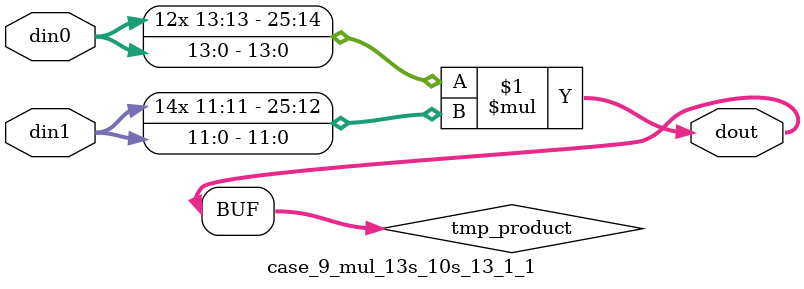
<source format=v>

`timescale 1 ns / 1 ps

 module case_9_mul_13s_10s_13_1_1(din0, din1, dout);
parameter ID = 1;
parameter NUM_STAGE = 0;
parameter din0_WIDTH = 14;
parameter din1_WIDTH = 12;
parameter dout_WIDTH = 26;

input [din0_WIDTH - 1 : 0] din0; 
input [din1_WIDTH - 1 : 0] din1; 
output [dout_WIDTH - 1 : 0] dout;

wire signed [dout_WIDTH - 1 : 0] tmp_product;



























assign tmp_product = $signed(din0) * $signed(din1);








assign dout = tmp_product;





















endmodule

</source>
